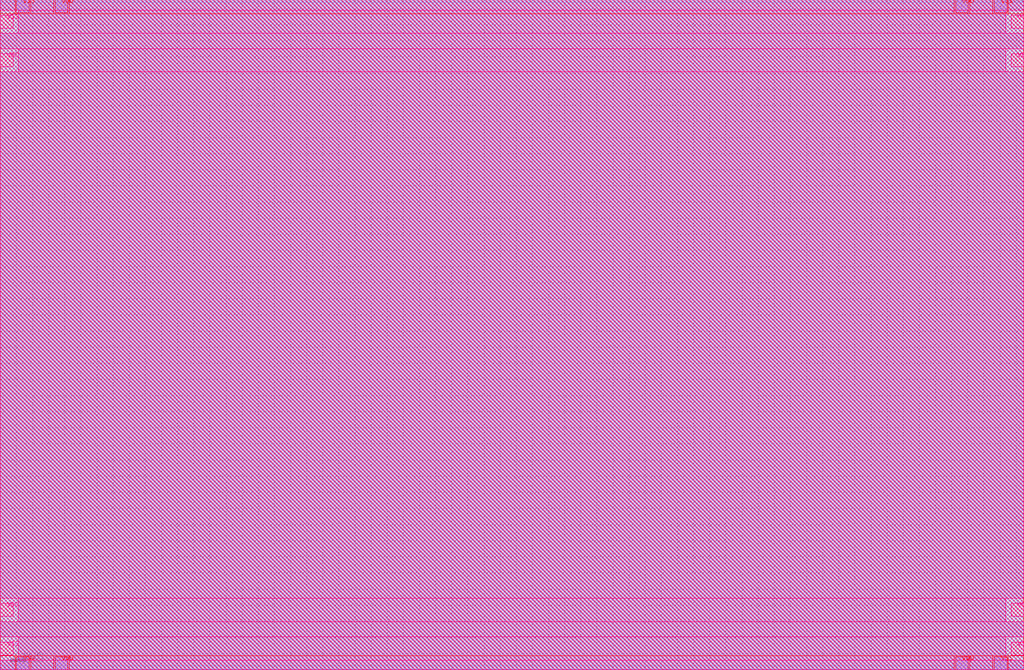
<source format=lef>
###############################################################
#  Generated by:      Cadence Innovus 20.13-s083_1
#  OS:                Linux x86_64(Host ID rice-503-20-north)
#  Generated on:      Tue May 10 14:33:55 2022
#  Design:            BGR_Top
#  Command:           write_lef_abstract -5.8 -extractBlockObs /home/users/xingyuni/ee372/aloe-sky130/aloe/layout/output/lef/BGR_V1_3_43.lef
###############################################################

VERSION 5.8 ;

BUSBITCHARS "[]" ;
DIVIDERCHAR "/" ;

MACRO BGR_Top
  CLASS BLOCK ;
  SIZE 317.400000 BY 207.740000 ;
  FOREIGN BGR_Top 0.000000 0.000000 ;
  ORIGIN 0 0 ;
  SYMMETRY X Y R90 ;
  PIN clk
    DIRECTION INPUT ;
    USE SIGNAL ;
  END clk
  PIN porst
    DIRECTION INPUT ;
    USE SIGNAL ;
  END porst
  PIN va
    DIRECTION OUTPUT ;
    USE SIGNAL ;
  END va
  PIN vb
    DIRECTION OUTPUT ;
    USE SIGNAL ;
    PORT
      LAYER met3 ;
        RECT 316.600000 207.310000 317.400000 207.610000 ;
    END
  END vb
  PIN vbg
    DIRECTION OUTPUT ;
    USE SIGNAL ;
    PORT
      LAYER met3 ;
        RECT 316.600000 0.520000 317.400000 0.820000 ;
    END
  END vbg
  PIN VSS
    DIRECTION INOUT ;
    USE GROUND ;
    PORT
      LAYER met4 ;
        RECT 4.980000 0.000000 8.980000 4.000000 ;
    END
    PORT
      LAYER met4 ;
        RECT 4.980000 203.740000 8.980000 207.740000 ;
    END
    PORT
      LAYER met4 ;
        RECT 308.190000 0.000000 312.190000 4.000000 ;
    END
    PORT
      LAYER met4 ;
        RECT 308.190000 203.740000 312.190000 207.740000 ;
    END
    PORT
      LAYER met5 ;
        RECT 0.000000 4.560000 4.000000 8.560000 ;
    END
    PORT
      LAYER met5 ;
        RECT 313.400000 4.560000 317.400000 8.560000 ;
    END
    PORT
      LAYER met5 ;
        RECT 0.000000 198.960000 4.000000 202.960000 ;
    END
    PORT
      LAYER met5 ;
        RECT 313.400000 198.960000 317.400000 202.960000 ;
    END
  END VSS
  PIN VDD
    DIRECTION INOUT ;
    USE POWER ;
    PORT
      LAYER met4 ;
        RECT 16.980000 0.000000 20.980000 4.000000 ;
    END
    PORT
      LAYER met4 ;
        RECT 16.980000 203.740000 20.980000 207.740000 ;
    END
    PORT
      LAYER met4 ;
        RECT 296.190000 0.000000 300.190000 4.000000 ;
    END
    PORT
      LAYER met4 ;
        RECT 296.190000 203.740000 300.190000 207.740000 ;
    END
    PORT
      LAYER met5 ;
        RECT 0.000000 16.560000 4.000000 20.560000 ;
    END
    PORT
      LAYER met5 ;
        RECT 313.400000 16.560000 317.400000 20.560000 ;
    END
    PORT
      LAYER met5 ;
        RECT 0.000000 186.960000 4.000000 190.960000 ;
    END
    PORT
      LAYER met5 ;
        RECT 313.400000 186.960000 317.400000 190.960000 ;
    END
  END VDD
  OBS
    LAYER li1 ;
      RECT 0.000000 0.000000 317.400000 207.740000 ;
    LAYER met1 ;
      RECT 0.000000 0.000000 317.400000 207.740000 ;
    LAYER met2 ;
      RECT 0.000000 0.000000 317.400000 207.740000 ;
    LAYER met3 ;
      RECT 0.000000 206.910000 316.200000 207.740000 ;
      RECT 0.000000 1.220000 317.400000 206.910000 ;
      RECT 0.000000 0.120000 316.200000 1.220000 ;
      RECT 0.000000 0.000000 317.400000 0.120000 ;
    LAYER met4 ;
      RECT 312.590000 203.340000 317.400000 207.740000 ;
      RECT 300.590000 203.340000 307.790000 207.740000 ;
      RECT 21.380000 203.340000 295.790000 207.740000 ;
      RECT 9.380000 203.340000 16.580000 207.740000 ;
      RECT 0.000000 203.340000 4.580000 207.740000 ;
      RECT 0.000000 4.400000 317.400000 203.340000 ;
      RECT 312.590000 0.000000 317.400000 4.400000 ;
      RECT 300.590000 0.000000 307.790000 4.400000 ;
      RECT 21.380000 0.000000 295.790000 4.400000 ;
      RECT 9.380000 0.000000 16.580000 4.400000 ;
      RECT 0.000000 0.000000 4.580000 4.400000 ;
    LAYER met5 ;
      RECT 0.000000 204.560000 317.400000 207.740000 ;
      RECT 5.600000 197.360000 311.800000 204.560000 ;
      RECT 0.000000 192.560000 317.400000 197.360000 ;
      RECT 5.600000 185.360000 311.800000 192.560000 ;
      RECT 0.000000 22.160000 317.400000 185.360000 ;
      RECT 5.600000 14.960000 311.800000 22.160000 ;
      RECT 0.000000 10.160000 317.400000 14.960000 ;
      RECT 5.600000 2.960000 311.800000 10.160000 ;
      RECT 0.000000 0.000000 317.400000 2.960000 ;
  END
END BGR_Top

END LIBRARY

</source>
